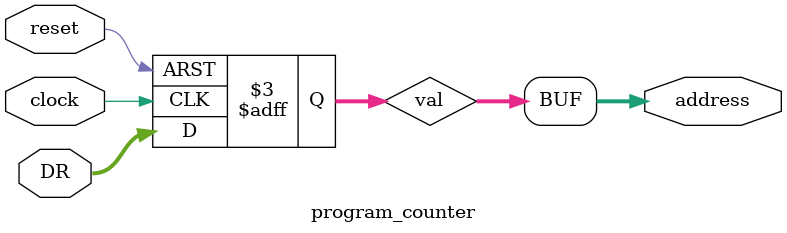
<source format=v>
module program_counter (
	input clock, reset,
	input [15:0] DR,
	output [15:0] address);
	
	reg [15:0] val;
	assign address = val;
	
	always @(posedge clock or negedge reset) begin
		if(reset == 1'b0) begin
			val <= 16'b0;
		end else begin
			val <= DR;
		end
	end
	
endmodule
</source>
